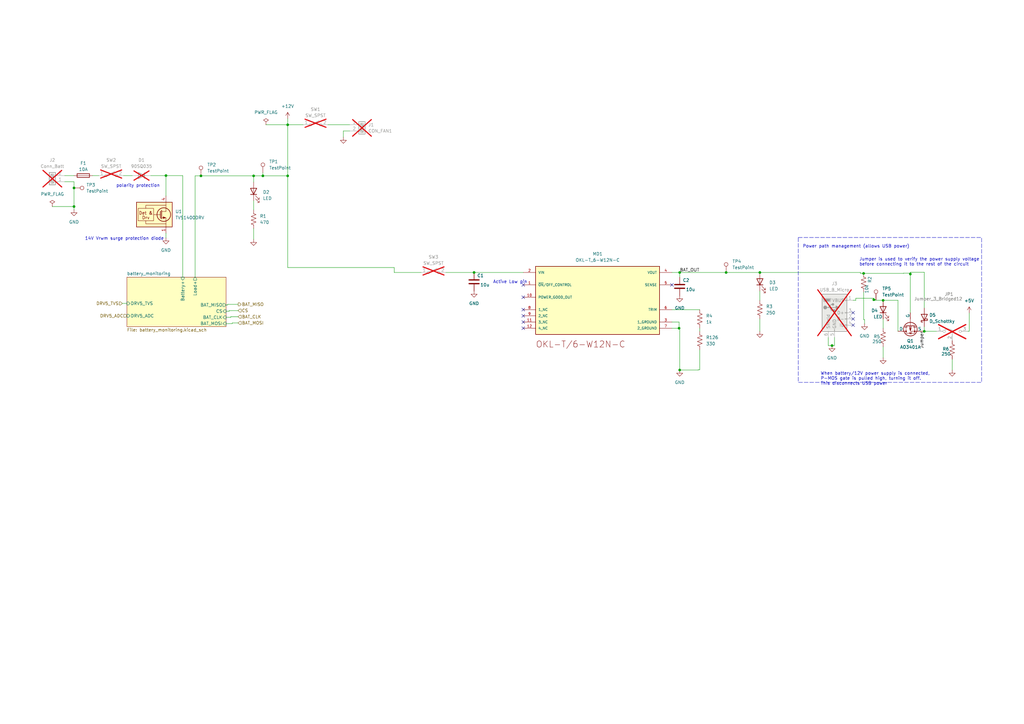
<source format=kicad_sch>
(kicad_sch (version 20230121) (generator eeschema)
  (paper "A3")
  (title_block (title "kARCA 2.0 Engine Control System") (date "2024-12-16") (rev "1.1") (company "Rice Eclipse") (comment 1 "Designed by Deepak Narayan") (comment 2 "Engine Control System for the Static Engine Testing of Rice Eclipse's Hybrid Rocket Motors"))
  (lib_symbols
    (symbol "Connector:Screw_Terminal_01x02" (pin_names (offset 1.016) hide)
      (property "Reference" "J" (at 0 2.54 0))
      (property "Value" "Screw_Terminal_01x02" (at 0 -5.08 0))
      (symbol "Screw_Terminal_01x02_1_1"
        (rectangle (start -1.27 1.27) (end 1.27 -3.81) (stroke (width 0.254)) (fill (type background)))
        (circle (center 0 -2.54) (radius 0.635) (stroke (width 0.1524)))
        (polyline (pts (xy -0.5334 -2.2098) (xy 0.3302 -3.048)) (stroke (width 0.1524)))
        (polyline (pts (xy -0.5334 0.3302) (xy 0.3302 -0.508)) (stroke (width 0.1524)))
        (polyline (pts (xy -0.3556 -2.032) (xy 0.508 -2.8702)) (stroke (width 0.1524)))
        (polyline (pts (xy -0.3556 0.508) (xy 0.508 -0.3302)) (stroke (width 0.1524)))
        (circle (center 0 0) (radius 0.635) (stroke (width 0.1524)))
        (pin passive line (at -5.08 0 0) (length 3.81) (name "Pin_1") (number "1"))
        (pin passive line (at -5.08 -2.54 0) (length 3.81) (name "Pin_2") (number "2"))
      )
    )
    (symbol "Connector:TestPoint" (pin_numbers hide) (pin_names (offset 0.762) hide)
      (property "Reference" "TP" (at 0 6.858 0))
      (property "Value" "TestPoint" (at 0 5.08 0))
      (symbol "TestPoint_0_1"
        (circle (center 0 3.302) (radius 0.762))
      )
      (symbol "TestPoint_1_1"
        (pin passive line (at 0 0 90) (length 2.54) (name "1") (number "1"))
      )
    )
    (symbol "Connector:USB_B_Micro" (pin_names (offset 1.016))
      (property "Reference" "J11" (at 0 11.938 0))
      (property "Value" "USB_B_Micro" (at 0 9.398 0))
      (symbol "USB_B_Micro_0_1"
        (rectangle (start -5.08 -7.62) (end 5.08 7.62) (stroke (width 0.254)) (fill (type background)))
        (circle (center -3.81 2.159) (radius 0.635) (stroke (width 0.254)) (fill (type outline)))
        (circle (center -0.635 3.429) (radius 0.381) (stroke (width 0.254)) (fill (type outline)))
        (rectangle (start -0.127 -7.62) (end 0.127 -6.858))
        (polyline (pts (xy -1.905 2.159) (xy 0.635 2.159)) (stroke (width 0.254)))
        (polyline (pts (xy -3.175 2.159) (xy -2.54 2.159) (xy -1.27 3.429) (xy -0.635 3.429)) (stroke (width 0.254)))
        (polyline (pts (xy -2.54 2.159) (xy -1.905 2.159) (xy -1.27 0.889) (xy 0 0.889)) (stroke (width 0.254)))
        (polyline (pts (xy 0.635 2.794) (xy 0.635 1.524) (xy 1.905 2.159) (xy 0.635 2.794)) (stroke (width 0.254)) (fill (type outline)))
        (polyline (pts (xy -4.318 5.588) (xy -1.778 5.588) (xy -2.032 4.826) (xy -4.064 4.826) (xy -4.318 5.588)) (fill (type outline)))
        (polyline (pts (xy -4.699 5.842) (xy -4.699 5.588) (xy -4.445 4.826) (xy -4.445 4.572) (xy -1.651 4.572) (xy -1.651 4.826) (xy -1.397 5.588) (xy -1.397 5.842) (xy -4.699 5.842)))
        (rectangle (start 0.254 1.27) (end -0.508 0.508) (stroke (width 0.254)) (fill (type outline)))
        (rectangle (start 5.08 -5.207) (end 4.318 -4.953))
        (rectangle (start 5.08 -2.667) (end 4.318 -2.413))
        (rectangle (start 5.08 -0.127) (end 4.318 0.127))
        (rectangle (start 5.08 4.953) (end 4.318 5.207))
      )
      (symbol "USB_B_Micro_1_1"
        (pin power_out line (at 7.62 5.08 180) (length 2.54) (name "VBUS") (number "1"))
        (pin bidirectional line (at 7.62 -2.54 180) (length 2.54) (name "D-") (number "2"))
        (pin bidirectional line (at 7.62 0 180) (length 2.54) (name "D+") (number "3"))
        (pin passive line (at 7.62 -5.08 180) (length 2.54) (name "ID") (number "4"))
        (pin power_in line (at 0 -10.16 90) (length 2.54) (name "GND") (number "5"))
        (pin passive line (at -2.54 -10.16 90) (length 2.54) (name "Shield") (number "6"))
      )
    )
    (symbol "Device:C" (pin_numbers hide) (pin_names (offset 0.254))
      (property "Reference" "C" (at 0.635 2.54 0))
      (property "Value" "C" (at 0.635 -2.54 0))
      (symbol "C_0_1"
        (polyline (pts (xy -2.032 -0.762) (xy 2.032 -0.762)) (stroke (width 0.508)))
        (polyline (pts (xy -2.032 0.762) (xy 2.032 0.762)) (stroke (width 0.508)))
      )
      (symbol "C_1_1"
        (pin passive line (at 0 3.81 270) (length 2.794) (name "~") (number "1"))
        (pin passive line (at 0 -3.81 90) (length 2.794) (name "~") (number "2"))
      )
    )
    (symbol "Device:D" (pin_numbers hide) (pin_names (offset 1.016) hide)
      (property "Reference" "D" (at 0 2.54 0))
      (property "Value" "D" (at 0 -2.54 0))
      (symbol "D_0_1"
        (polyline (pts (xy -1.27 1.27) (xy -1.27 -1.27)) (stroke (width 0.254)))
        (polyline (pts (xy 1.27 0) (xy -1.27 0)))
        (polyline (pts (xy 1.27 1.27) (xy 1.27 -1.27) (xy -1.27 0) (xy 1.27 1.27)) (stroke (width 0.254)))
      )
      (symbol "D_1_1"
        (pin passive line (at -3.81 0 0) (length 2.54) (name "K") (number "1"))
        (pin passive line (at 3.81 0 180) (length 2.54) (name "A") (number "2"))
      )
    )
    (symbol "Device:D_Schottky" (pin_numbers hide) (pin_names (offset 1.016) hide)
      (property "Reference" "D" (at 0 2.54 0))
      (property "Value" "D_Schottky" (at 0 -2.54 0))
      (symbol "D_Schottky_0_1"
        (polyline (pts (xy 1.27 0) (xy -1.27 0)))
        (polyline (pts (xy 1.27 1.27) (xy 1.27 -1.27) (xy -1.27 0) (xy 1.27 1.27)) (stroke (width 0.254)))
        (polyline (pts (xy -1.905 0.635) (xy -1.905 1.27) (xy -1.27 1.27) (xy -1.27 -1.27) (xy -0.635 -1.27) (xy -0.635 -0.635)) (stroke (width 0.254)))
      )
      (symbol "D_Schottky_1_1"
        (pin passive line (at -3.81 0 0) (length 2.54) (name "K") (number "1"))
        (pin passive line (at 3.81 0 180) (length 2.54) (name "A") (number "2"))
      )
    )
    (symbol "Device:Fuse" (pin_numbers hide) (pin_names (offset 0))
      (property "Reference" "F" (at 2.032 0 90))
      (property "Value" "Fuse" (at -1.905 0 90))
      (symbol "Fuse_0_1"
        (rectangle (start -0.762 -2.54) (end 0.762 2.54) (stroke (width 0.254)))
        (polyline (pts (xy 0 2.54) (xy 0 -2.54)))
      )
      (symbol "Fuse_1_1"
        (pin passive line (at 0 3.81 270) (length 1.27) (name "~") (number "1"))
        (pin passive line (at 0 -3.81 90) (length 1.27) (name "~") (number "2"))
      )
    )
    (symbol "Device:LED" (pin_numbers hide) (pin_names (offset 1.016) hide)
      (property "Reference" "D" (at 0 2.54 0))
      (property "Value" "LED" (at 0 -2.54 0))
      (symbol "LED_0_1"
        (polyline (pts (xy -1.27 -1.27) (xy -1.27 1.27)) (stroke (width 0.254)))
        (polyline (pts (xy -1.27 0) (xy 1.27 0)))
        (polyline (pts (xy 1.27 -1.27) (xy 1.27 1.27) (xy -1.27 0) (xy 1.27 -1.27)) (stroke (width 0.254)))
        (polyline (pts (xy -3.048 -0.762) (xy -4.572 -2.286) (xy -3.81 -2.286) (xy -4.572 -2.286) (xy -4.572 -1.524)))
        (polyline (pts (xy -1.778 -0.762) (xy -3.302 -2.286) (xy -2.54 -2.286) (xy -3.302 -2.286) (xy -3.302 -1.524)))
      )
      (symbol "LED_1_1"
        (pin passive line (at -3.81 0 0) (length 2.54) (name "K") (number "1"))
        (pin passive line (at 3.81 0 180) (length 2.54) (name "A") (number "2"))
      )
    )
    (symbol "Device:R_US" (pin_numbers hide) (pin_names (offset 0))
      (property "Reference" "R" (at 2.54 0 90))
      (property "Value" "R_US" (at -2.54 0 90))
      (symbol "R_US_0_1"
        (polyline (pts (xy 0 -2.286) (xy 0 -2.54)))
        (polyline (pts (xy 0 2.286) (xy 0 2.54)))
        (polyline (pts (xy 0 -0.762) (xy 1.016 -1.143) (xy 0 -1.524) (xy -1.016 -1.905) (xy 0 -2.286)))
        (polyline (pts (xy 0 0.762) (xy 1.016 0.381) (xy 0 0) (xy -1.016 -0.381) (xy 0 -0.762)))
        (polyline (pts (xy 0 2.286) (xy 1.016 1.905) (xy 0 1.524) (xy -1.016 1.143) (xy 0 0.762)))
      )
      (symbol "R_US_1_1"
        (pin passive line (at 0 3.81 270) (length 1.27) (name "~") (number "1"))
        (pin passive line (at 0 -3.81 90) (length 1.27) (name "~") (number "2"))
      )
    )
    (symbol "Jumper:Jumper_3_Bridged12" (pin_names (offset 0) hide)
      (property "Reference" "JP" (at -2.54 -2.54 0))
      (property "Value" "Jumper_3_Bridged12" (at 0 2.794 0))
      (symbol "Jumper_3_Bridged12_0_0"
        (circle (center -3.302 0) (radius 0.508))
        (circle (center 0 0) (radius 0.508))
        (circle (center 3.302 0) (radius 0.508))
      )
      (symbol "Jumper_3_Bridged12_0_1"
        (arc (start -0.254 0.508) (mid -1.651 0.9912) (end -3.048 0.508))
        (polyline (pts (xy 0 -1.27) (xy 0 -0.508)))
      )
      (symbol "Jumper_3_Bridged12_1_1"
        (pin passive line (at -6.35 0 0) (length 2.54) (name "A") (number "1"))
        (pin passive line (at 0 -3.81 90) (length 2.54) (name "C") (number "2"))
        (pin passive line (at 6.35 0 180) (length 2.54) (name "B") (number "3"))
      )
    )
    (symbol "Power_Protection:TVS1400DRV" (pin_names (offset 0) hide)
      (property "Reference" "U" (at 2.54 1.27 0))
      (property "Value" "TVS1400DRV" (at 2.54 -1.27 0))
      (symbol "TVS1400DRV_0_0"
        (rectangle (start -11.43 2.54) (end -5.08 -2.54))
        (polyline (pts (xy 0 1.27) (xy -1.778 1.27)))
        (polyline (pts (xy -8.255 -2.54) (xy -8.255 -3.81) (xy 0 -3.81)))
        (polyline (pts (xy -8.255 2.54) (xy -8.255 3.81) (xy 0 3.81)))
        (text "Det &" (at -8.255 0.635 0) (effects (font (size 1.27 1.27))))
        (text "Drv" (at -8.255 -1.27 0) (effects (font (size 1.27 1.27))))
      )
      (symbol "TVS1400DRV_0_1"
        (rectangle (start -12.065 5.08) (end 2.54 -5.08) (stroke (width 0.254)) (fill (type background)))
        (circle (center -0.889 0) (radius 2.794) (stroke (width 0.254)))
        (polyline (pts (xy -2.286 0) (xy -5.08 0)))
        (polyline (pts (xy -2.286 1.397) (xy -2.286 -1.524)) (stroke (width 0.254)))
        (polyline (pts (xy -1.778 1.778) (xy -1.778 -1.778)) (stroke (width 0.254)))
        (polyline (pts (xy 0 -2.54) (xy 0 -5.08)))
        (polyline (pts (xy 0 2.54) (xy 0 1.27)))
        (polyline (pts (xy 0 5.08) (xy 0 2.54)))
        (polyline (pts (xy 0 -2.54) (xy 0 -1.27) (xy -1.778 -1.27)))
        (polyline (pts (xy -0.127 -1.27) (xy -1.143 -1.651) (xy -1.143 -0.889) (xy -0.127 -1.27)) (fill (type outline)))
      )
      (symbol "TVS1400DRV_1_1"
        (pin power_in line (at 0 -7.62 90) (length 2.54) (name "GND") (number "1"))
        (pin passive line (at 0 -7.62 90) (length 2.54) hide (name "GND") (number "2"))
        (pin passive line (at 0 -7.62 90) (length 2.54) hide (name "GND") (number "3"))
        (pin passive line (at 0 7.62 270) (length 2.54) (name "IN") (number "4"))
        (pin passive line (at 0 7.62 270) (length 2.54) hide (name "IN") (number "5"))
        (pin passive line (at 0 7.62 270) (length 2.54) hide (name "IN") (number "6"))
        (pin passive line (at 0 -7.62 90) (length 2.54) hide (name "GND") (number "7"))
      )
    )
    (symbol "Screw_Terminal_01x02_1" (pin_names (offset 1.016) hide)
      (property "Reference" "J2" (at 0 -8.89 0))
      (property "Value" "Conn_Batt" (at 0 -6.35 0))
      (symbol "Screw_Terminal_01x02_1_1_1"
        (rectangle (start -1.27 1.27) (end 1.27 -3.81) (stroke (width 0.254)) (fill (type background)))
        (circle (center 0 -2.54) (radius 0.635) (stroke (width 0.1524)))
        (polyline (pts (xy -0.5334 -2.2098) (xy 0.3302 -3.048)) (stroke (width 0.1524)))
        (polyline (pts (xy -0.5334 0.3302) (xy 0.3302 -0.508)) (stroke (width 0.1524)))
        (polyline (pts (xy -0.3556 -2.032) (xy 0.508 -2.8702)) (stroke (width 0.1524)))
        (polyline (pts (xy -0.3556 0.508) (xy 0.508 -0.3302)) (stroke (width 0.1524)))
        (circle (center 0 0) (radius 0.635) (stroke (width 0.1524)))
        (pin passive line (at -5.08 0 0) (length 3.81) (name "Pin_1") (number "1"))
        (pin passive line (at -5.08 -2.54 0) (length 3.81) (name "Pin_2") (number "2"))
      )
    )
    (symbol "Simulation_SPICE:PMOS" (pin_numbers hide) (pin_names (offset 0))
      (property "Reference" "Q1" (at 6.477 0 90))
      (property "Value" "AO3401A" (at 9.017 0 90))
      (symbol "PMOS_0_1"
        (polyline (pts (xy 0.254 0) (xy -2.54 0)))
        (polyline (pts (xy 0.254 1.905) (xy 0.254 -1.905)) (stroke (width 0.254)))
        (polyline (pts (xy 0.762 -1.27) (xy 0.762 -2.286)) (stroke (width 0.254)))
        (polyline (pts (xy 0.762 0.508) (xy 0.762 -0.508)) (stroke (width 0.254)))
        (polyline (pts (xy 0.762 2.286) (xy 0.762 1.27)) (stroke (width 0.254)))
        (polyline (pts (xy 2.54 2.54) (xy 2.54 1.778)))
        (polyline (pts (xy 2.54 -2.54) (xy 2.54 0) (xy 0.762 0)))
        (polyline (pts (xy 0.762 1.778) (xy 3.302 1.778) (xy 3.302 -1.778) (xy 0.762 -1.778)))
        (polyline (pts (xy 2.286 0) (xy 1.27 0.381) (xy 1.27 -0.381) (xy 2.286 0)) (fill (type outline)))
        (polyline (pts (xy 2.794 -0.508) (xy 2.921 -0.381) (xy 3.683 -0.381) (xy 3.81 -0.254)))
        (polyline (pts (xy 3.302 -0.381) (xy 2.921 0.254) (xy 3.683 0.254) (xy 3.302 -0.381)))
        (circle (center 1.651 0) (radius 2.794) (stroke (width 0.254)))
        (circle (center 2.54 -1.778) (radius 0.254) (fill (type outline)))
        (circle (center 2.54 1.778) (radius 0.254) (fill (type outline)))
      )
      (symbol "PMOS_1_1"
        (pin input line (at -5.08 0 0) (length 2.54) (name "G") (number "1"))
        (pin passive line (at 2.54 -5.08 90) (length 2.54) (name "S") (number "2"))
        (pin passive line (at 2.54 5.08 270) (length 2.54) (name "D") (number "3"))
      )
    )
    (symbol "Switch:SW_SPST" (pin_names (offset 0) hide)
      (property "Reference" "SW" (at 0 3.175 0))
      (property "Value" "SW_SPST" (at 0 -2.54 0))
      (symbol "SW_SPST_0_0"
        (circle (center -2.032 0) (radius 0.508))
        (polyline (pts (xy -1.524 0.254) (xy 1.524 1.778)))
        (circle (center 2.032 0) (radius 0.508))
      )
      (symbol "SW_SPST_1_1"
        (pin passive line (at -5.08 0 0) (length 2.54) (name "A") (number "1"))
        (pin passive line (at 5.08 0 180) (length 2.54) (name "B") (number "2"))
      )
    )
    (symbol "karca_lib:OKL-T_6-W12N-C" (pin_names (offset 1.016))
      (property "Reference" "MD" (at 2.54 -2.54 0))
      (property "Value" "OKL-T_6-W12N-C" (at 0 0 0))
      (symbol "OKL-T_6-W12N-C_0_0"
        (rectangle (start 2.54 -33.02) (end 53.34 -5.08) (stroke (width 0.254)) (fill (type background)))
        (text "OKL-T/6-W12N-C" (at 2.54 -35.56 0) (effects (font (size 2.54 2.54)) (justify left top)))
        (pin bidirectional line (at -2.54 -12.7 0) (length 5.08) (name "~{ON}/OFF_CONTROL") (number "1"))
        (pin open_collector line (at -2.54 -17.78 0) (length 5.08) (name "POWER_GOOD_OUT") (number "10"))
        (pin passive line (at -2.54 -27.94 0) (length 5.08) (name "3_NC") (number "11"))
        (pin passive line (at -2.54 -30.48 0) (length 5.08) (name "4_NC") (number "12"))
        (pin bidirectional line (at -2.54 -7.62 0) (length 5.08) (name "VIN") (number "2"))
        (pin power_in line (at 58.42 -27.94 180) (length 5.08) (name "1_GROUND") (number "3"))
        (pin bidirectional line (at 58.42 -7.62 180) (length 5.08) (name "VOUT") (number "4"))
        (pin passive line (at 58.42 -12.7 180) (length 5.08) (name "SENSE") (number "5"))
        (pin passive line (at 58.42 -22.86 180) (length 5.08) (name "TRIM") (number "6"))
        (pin power_in line (at 58.42 -30.48 180) (length 5.08) (name "2_GROUND") (number "7"))
        (pin passive line (at -2.54 -22.86 0) (length 5.08) (name "1_NC") (number "8"))
        (pin passive line (at -2.54 -25.4 0) (length 5.08) (name "2_NC") (number "9"))
      )
    )
    (symbol "power:+12V" (power) (pin_names (offset 0))
      (property "Value" "+12V" (at 0 3.556 0))
      (symbol "+12V_0_1"
        (polyline (pts (xy -0.762 1.27) (xy 0 2.54)))
        (polyline (pts (xy 0 0) (xy 0 2.54)))
        (polyline (pts (xy 0 2.54) (xy 0.762 1.27)))
      )
      (symbol "+12V_1_1"
        (pin power_in line (at 0 0 90) (length 0) hide (name "+12V") (number "1"))
      )
    )
    (symbol "power:+5V" (power) (pin_names (offset 0))
      (property "Value" "+5V" (at 0 3.556 0))
      (symbol "+5V_0_1"
        (polyline (pts (xy -0.762 1.27) (xy 0 2.54)))
        (polyline (pts (xy 0 0) (xy 0 2.54)))
        (polyline (pts (xy 0 2.54) (xy 0.762 1.27)))
      )
      (symbol "+5V_1_1"
        (pin power_in line (at 0 0 90) (length 0) hide (name "+5V") (number "1"))
      )
    )
    (symbol "power:GND" (power) (pin_names (offset 0))
      (property "Value" "GND" (at 0 -3.81 0))
      (symbol "GND_0_1"
        (polyline (pts (xy 0 0) (xy 0 -1.27) (xy 1.27 -1.27) (xy 0 -2.54) (xy -1.27 -1.27) (xy 0 -1.27)))
      )
      (symbol "GND_1_1"
        (pin power_in line (at 0 0 270) (length 0) hide (name "GND") (number "1"))
      )
    )
    (symbol "power:PWR_FLAG" (power) (pin_numbers hide) (pin_names (offset 0) hide)
      (property "Value" "PWR_FLAG" (at 0 3.81 0))
      (symbol "PWR_FLAG_0_0"
        (pin power_out line (at 0 0 90) (length 0) (name "pwr") (number "1"))
      )
      (symbol "PWR_FLAG_0_1"
        (polyline (pts (xy 0 0) (xy 0 1.27) (xy -1.016 1.905) (xy 0 2.54) (xy 1.016 1.905) (xy 0 1.27)))
      )
    )
  )
  (junction (at 82.423 72.136))
  (junction (at 104.013 72.136))
  (junction (at 68.072 72.009))
  (junction (at 194.437 111.76))
  (junction (at 30.353 77.089))
  (junction (at 278.765 151.765))
  (junction (at 379.095 135.89))
  (junction (at 278.511 134.62))
  (junction (at 297.815 111.76))
  (junction (at 341.249 141.732))
  (junction (at 278.765 111.76))
  (junction (at 117.983 51.181))
  (junction (at 358.394 122.936))
  (junction (at 117.983 72.136))
  (junction (at 107.823 72.136))
  (junction (at 373.38 112.395))
  (junction (at 362.204 123.19))
  (junction (at 30.353 84.709))
  (junction (at 354.203 112.141))
  (junction (at 311.658 111.76))
  (no_connect (at 214.63 116.84))
  (no_connect (at 214.63 129.54))
  (no_connect (at 349.885 130.81))
  (no_connect (at 214.63 132.08))
  (no_connect (at 349.885 133.35))
  (no_connect (at 349.885 128.27))
  (no_connect (at 214.63 134.62))
  (no_connect (at 214.63 127))
  (no_connect (at 275.59 116.84))
  (no_connect (at 214.63 121.92))
  (wire (pts (xy 30.353 84.709) (xy 30.353 85.979)))
  (wire (pts (xy 352.933 112.141) (xy 352.933 111.76)))
  (wire (pts (xy 354.203 131.064) (xy 354.203 119.761)))
  (wire (pts (xy 396.875 135.89) (xy 397.51 135.89)))
  (wire (pts (xy 117.983 51.181) (xy 124.333 51.181)))
  (wire (pts (xy 68.072 95.631) (xy 68.072 97.536)))
  (wire (pts (xy 370.586 112.014) (xy 373.126 112.014)))
  (wire (pts (xy 370.586 112.014) (xy 370.586 112.141)))
  (wire (pts (xy 287.02 143.51) (xy 287.02 151.638)))
  (wire (pts (xy 278.765 111.76) (xy 278.765 113.665)))
  (wire (pts (xy 161.671 111.76) (xy 172.72 111.76)))
  (wire (pts (xy 104.013 82.296) (xy 104.013 86.106)))
  (wire (pts (xy 93.98 127.635) (xy 93.98 127.381)))
  (wire (pts (xy 93.98 127.381) (xy 97.663 127.381)))
  (wire (pts (xy 341.249 141.732) (xy 342.265 141.732)))
  (wire (pts (xy 95.25 132.461) (xy 97.663 132.461)))
  (wire (pts (xy 358.394 123.19) (xy 362.204 123.19)))
  (wire (pts (xy 287.02 151.638) (xy 286.385 151.638)))
  (wire (pts (xy 373.38 112.395) (xy 373.38 128.27)))
  (wire (pts (xy 92.71 132.715) (xy 95.25 132.715)))
  (wire (pts (xy 92.71 130.175) (xy 94.615 130.175)))
  (wire (pts (xy 134.493 51.181) (xy 143.383 51.181)))
  (wire (pts (xy 30.353 77.089) (xy 30.353 84.709)))
  (wire (pts (xy 368.3 123.19) (xy 368.3 135.89)))
  (wire (pts (xy 275.59 111.76) (xy 278.765 111.76)))
  (wire (pts (xy 370.586 112.141) (xy 354.203 112.141)))
  (wire (pts (xy 278.765 111.76) (xy 297.815 111.76)))
  (wire (pts (xy 362.204 142.24) (xy 362.204 146.685)))
  (wire (pts (xy 373.126 112.395) (xy 373.38 112.395)))
  (wire (pts (xy 311.658 111.76) (xy 297.815 111.76)))
  (wire (pts (xy 93.345 125.095) (xy 93.345 124.841)))
  (wire (pts (xy 107.823 72.136) (xy 104.013 72.136)))
  (wire (pts (xy 117.983 72.136) (xy 117.983 109.728)))
  (wire (pts (xy 339.725 138.43) (xy 339.725 141.732)))
  (wire (pts (xy 30.353 74.549) (xy 26.543 74.549)))
  (wire (pts (xy 275.59 132.08) (xy 278.511 132.08)))
  (wire (pts (xy 379.095 111.633) (xy 373.38 111.633)))
  (wire (pts (xy 362.204 130.81) (xy 362.204 134.62)))
  (wire (pts (xy 94.615 130.175) (xy 94.615 129.921)))
  (wire (pts (xy 74.93 72.009) (xy 74.93 113.665)))
  (wire (pts (xy 379.095 135.89) (xy 379.095 133.985)))
  (wire (pts (xy 352.933 111.76) (xy 311.658 111.76)))
  (wire (pts (xy 362.204 123.19) (xy 368.3 123.19)))
  (wire (pts (xy 21.463 84.709) (xy 30.353 84.709)))
  (wire (pts (xy 373.38 111.633) (xy 373.38 112.395)))
  (wire (pts (xy 286.385 151.638) (xy 286.385 151.765)))
  (wire (pts (xy 379.095 111.633) (xy 379.095 126.365)))
  (wire (pts (xy 339.725 141.732) (xy 341.249 141.732)))
  (wire (pts (xy 161.671 109.728) (xy 117.983 109.728)))
  (wire (pts (xy 82.423 72.136) (xy 104.013 72.136)))
  (wire (pts (xy 143.383 53.721) (xy 140.843 53.721)))
  (wire (pts (xy 92.71 127.635) (xy 93.98 127.635)))
  (wire (pts (xy 194.437 111.76) (xy 214.63 111.76)))
  (wire (pts (xy 104.013 72.136) (xy 104.013 74.676)))
  (wire (pts (xy 351.028 123.19) (xy 349.885 123.19)))
  (wire (pts (xy 351.028 122.301) (xy 351.028 123.19)))
  (wire (pts (xy 397.51 128.397) (xy 397.51 135.89)))
  (wire (pts (xy 351.028 122.301) (xy 358.394 122.301)))
  (wire (pts (xy 275.59 134.62) (xy 278.511 134.62)))
  (wire (pts (xy 80.01 72.136) (xy 80.01 113.665)))
  (wire (pts (xy 26.543 72.009) (xy 30.353 72.009)))
  (wire (pts (xy 93.345 124.841) (xy 97.663 124.841)))
  (wire (pts (xy 107.823 70.866) (xy 107.823 72.136)))
  (wire (pts (xy 30.353 77.089) (xy 30.353 74.549)))
  (wire (pts (xy 358.394 122.301) (xy 358.394 122.936)))
  (wire (pts (xy 68.072 72.009) (xy 74.93 72.009)))
  (wire (pts (xy 358.394 122.936) (xy 359.283 122.936)))
  (wire (pts (xy 354.584 131.064) (xy 354.584 132.715)))
  (wire (pts (xy 352.933 112.141) (xy 354.203 112.141)))
  (wire (pts (xy 104.013 93.726) (xy 104.013 98.171)))
  (wire (pts (xy 50.673 72.009) (xy 54.229 72.009)))
  (wire (pts (xy 117.983 72.136) (xy 117.983 51.181)))
  (wire (pts (xy 311.658 130.81) (xy 311.658 135.89)))
  (wire (pts (xy 92.71 125.095) (xy 93.345 125.095)))
  (wire (pts (xy 37.973 72.009) (xy 40.513 72.009)))
  (wire (pts (xy 358.394 122.936) (xy 358.394 123.19)))
  (wire (pts (xy 107.823 72.136) (xy 117.983 72.136)))
  (wire (pts (xy 311.658 119.38) (xy 311.658 123.19)))
  (wire (pts (xy 354.203 131.064) (xy 354.584 131.064)))
  (wire (pts (xy 68.072 80.391) (xy 68.072 72.009)))
  (wire (pts (xy 50.165 124.46) (xy 52.07 124.46)))
  (wire (pts (xy 278.511 132.08) (xy 278.511 134.62)))
  (wire (pts (xy 94.615 129.921) (xy 97.663 129.921)))
  (wire (pts (xy 278.765 134.62) (xy 278.765 151.765)))
  (wire (pts (xy 287.02 127) (xy 275.59 127)))
  (wire (pts (xy 379.095 135.89) (xy 384.175 135.89)))
  (wire (pts (xy 109.093 51.181) (xy 117.983 51.181)))
  (wire (pts (xy 95.25 132.715) (xy 95.25 132.461)))
  (wire (pts (xy 117.983 48.641) (xy 117.983 51.181)))
  (wire (pts (xy 286.385 151.765) (xy 278.765 151.765)))
  (wire (pts (xy 378.46 135.89) (xy 379.095 135.89)))
  (wire (pts (xy 140.843 53.721) (xy 140.843 56.261)))
  (wire (pts (xy 390.525 147.32) (xy 390.525 151.765)))
  (wire (pts (xy 161.671 111.76) (xy 161.671 109.728)))
  (wire (pts (xy 82.423 72.136) (xy 80.01 72.136)))
  (wire (pts (xy 278.765 134.62) (xy 278.511 134.62)))
  (wire (pts (xy 61.849 72.009) (xy 68.072 72.009)))
  (wire (pts (xy 373.126 112.014) (xy 373.126 112.395)))
  (wire (pts (xy 287.02 134.62) (xy 287.02 135.89)))
  (wire (pts (xy 182.88 111.76) (xy 194.437 111.76)))
  (wire (pts (xy 342.265 138.43) (xy 342.265 141.732)))
  (rectangle (start 327.406 97.409) (end 402.59 156.845) (stroke (width 0) (type dash)))
  (text "Active Low pin\n" (at 202.184 116.459 0) (effects (font (size 1.27 1.27)) (justify left bottom)))
  (text "Power path management (allows USB power)" (at 329.184 101.854 0) (effects (font (size 1.27 1.27)) (justify left bottom)))
  (text "When battery/12V power supply is connected,\nP-MOS gate is pulled high, turning it off.\nThis disconnects USB power" (at 336.55 158.115 0) (effects (font (size 1.27 1.27)) (justify left bottom)))
  (text "Jumper is used to verify the power supply voltage\nbefore connecting it to the rest of the circuit" (at 352.425 109.22 0) (effects (font (size 1.27 1.27)) (justify left bottom)))
  (text "14V Vrwm surge protection diode" (at 34.798 98.679 0) (effects (font (size 1.27 1.27)) (justify left bottom)))
  (text "polarity protection\n" (at 47.625 76.962 0) (effects (font (size 1.27 1.27)) (justify left bottom)))
  (label "Jumper" (at 379.095 135.89 270))
  (label "BAT_OUT" (at 278.765 111.76 0))
  (hierarchical_label "DRV5_ADC" (shape input) (at 52.07 129.54 180))
  (hierarchical_label "BAT_CLK" (shape input) (at 97.663 129.921 0))
  (hierarchical_label "DRV5_TVS" (shape input) (at 50.165 124.46 180))
  (hierarchical_label "BAT_MISO" (shape output) (at 97.663 124.841 0))
  (hierarchical_label "BAT_MOSI" (shape input) (at 97.663 132.461 0))
  (hierarchical_label "CS" (shape input) (at 97.663 127.381 0))
  (symbol (lib_id "Device:LED") (at 362.204 127 90) (unit 1)
    (property "Reference" "D4" (at 357.378 127.381 90) (effects (justify right)))
    (property "Value" "LED" (at 358.267 129.921 90) (effects (justify right)))
    (property "Footprint" "LED_SMD:LED_1206_3216Metric" (effects hide))
  )
  (symbol (lib_id "Device:R_US") (at 390.525 143.51 0) (unit 1)
    (property "Reference" "R6" (at 386.588 143.129 0) (effects (justify left)))
    (property "Value" "250" (at 386.08 145.161 0) (effects (justify left)))
    (property "Footprint" "Resistor_SMD:R_1206_3216Metric" (effects hide))
  )
  (symbol (lib_id "power:GND") (at 341.249 141.732 0) (unit 1)
    (property "Reference" "#PWR012" (effects hide))
    (property "Value" "GND" (at 341.249 146.812 0))
  )
  (symbol (lib_id "Connector:TestPoint") (at 297.815 111.76 0) (unit 1)
    (property "Reference" "TP4" (at 300.355 107.188 0) (effects (justify left)))
    (property "Value" "TestPoint" (at 300.355 109.728 0) (effects (justify left)))
    (property "Footprint" "TestPoint:TestPoint_Pad_D2.0mm" (effects hide))
  )
  (symbol (lib_id "Device:R_US") (at 362.204 138.43 0) (unit 1)
    (property "Reference" "R5" (at 358.267 138.049 0) (effects (justify left)))
    (property "Value" "250" (at 357.759 140.081 0) (effects (justify left)))
    (property "Footprint" "Resistor_SMD:R_1206_3216Metric" (effects hide))
  )
  (symbol (lib_id "Connector:Screw_Terminal_01x02") (at 148.463 51.181 0) (unit 1) (in_bom no) (dnp yes)
    (property "Reference" "J1" (at 151.003 51.181 0) (effects (justify left)))
    (property "Value" "CON_FAN1" (at 151.003 53.721 0) (effects (justify left)))
    (property "Footprint" "terminal blocks:P-2604-1102" (effects hide))
  )
  (symbol (lib_id "Simulation_SPICE:PMOS") (at 373.38 133.35 90) (mirror x) (unit 1)
    (property "Reference" "Q1" (at 373.38 139.827 90))
    (property "Value" "AO3401A" (at 373.38 142.367 90))
    (property "Footprint" "AO3401A:SOT23-3" (effects hide))
    (property "Datasheet" "https://ngspice.sourceforge.io/docs/ngspice-manual.pdf" (effects hide))
    (property "Sim.Device" "PMOS" (effects hide))
    (property "Sim.Type" "VDMOS" (effects hide))
    (property "Sim.Pins" "1=D 2=G 3=S" (effects hide))
  )
  (symbol (lib_id "Connector:TestPoint") (at 82.423 72.136 0) (unit 1)
    (property "Reference" "TP2" (at 84.963 67.564 0) (effects (justify left)))
    (property "Value" "TestPoint" (at 84.963 70.104 0) (effects (justify left)))
    (property "Footprint" "TestPoint:TestPoint_Pad_D2.0mm" (effects hide))
  )
  (symbol (lib_id "Device:C") (at 194.437 115.57 0) (unit 1)
    (property "Reference" "C1" (at 195.707 113.03 0) (effects (justify left)))
    (property "Value" "10u" (at 196.977 116.84 0) (effects (justify left)))
    (property "Footprint" "Capacitor_Tantalum_SMD:CP_EIA-3216-18_Kemet-A" (effects hide))
  )
  (symbol (lib_id "power:GND") (at 30.353 85.979 0) (unit 1)
    (property "Reference" "#PWR03" (effects hide))
    (property "Value" "GND" (at 30.353 91.059 0))
  )
  (symbol (lib_id "power:GND") (at 104.013 98.171 0) (unit 1)
    (property "Reference" "#PWR05" (effects hide))
    (property "Value" "GND" (effects hide))
  )
  (symbol (lib_id "power:PWR_FLAG") (at 21.463 84.709 0) (unit 1)
    (property "Reference" "#FLG02" (effects hide))
    (property "Value" "PWR_FLAG" (at 21.463 79.629 0))
  )
  (symbol (lib_id "Device:D_Schottky") (at 379.095 130.175 90) (unit 1)
    (property "Reference" "D5" (at 381.127 129.2225 90) (effects (justify right)))
    (property "Value" "D_Schottky" (at 381.127 131.7625 90) (effects (justify right)))
    (property "Footprint" "Diode_SMD:D_SMA" (effects hide))
  )
  (symbol (lib_id "Device:R_US") (at 354.203 115.951 0) (unit 1)
    (property "Reference" "R2" (at 356.743 114.681 90))
    (property "Value" "10k" (at 355.473 118.491 90))
    (property "Footprint" "Resistor_SMD:R_1206_3216Metric" (effects hide))
  )
  (symbol (lib_id "Connector:TestPoint") (at 359.283 122.936 0) (unit 1)
    (property "Reference" "TP5" (at 361.823 118.364 0) (effects (justify left)))
    (property "Value" "TestPoint" (at 361.823 120.904 0) (effects (justify left)))
    (property "Footprint" "TestPoint:TestPoint_Pad_D2.0mm" (effects hide))
  )
  (symbol (lib_id "Device:R_US") (at 287.02 139.7 0) (unit 1)
    (property "Reference" "R126" (at 289.56 138.43 0) (effects (justify left)))
    (property "Value" "330" (at 289.56 140.97 0) (effects (justify left)))
    (property "Footprint" "Resistor_SMD:R_1206_3216Metric" (effects hide))
  )
  (symbol (lib_id "power:GND") (at 362.204 146.685 0) (unit 1)
    (property "Reference" "#PWR013" (effects hide))
    (property "Value" "GND" (effects hide))
  )
  (symbol (lib_id "Connector:USB_B_Micro") (at 342.265 128.27 0) (unit 1) (in_bom no) (dnp yes)
    (property "Reference" "J3" (at 342.265 116.332 0))
    (property "Value" "USB_B_Micro" (at 342.265 118.872 0))
    (property "Footprint" "USB-B:USB_Micro-B_Molex-105017-0001" (effects hide))
  )
  (symbol (lib_id "Power_Protection:TVS1400DRV") (at 68.072 88.011 0) (unit 1)
    (property "Reference" "U1" (at 71.882 86.741 0) (effects (justify left)))
    (property "Value" "TVS1400DRV" (at 71.882 89.281 0) (effects (justify left)))
    (property "Footprint" "Package_SON:WSON-6-1EP_2x2mm_P0.65mm_EP1x1.6mm" (effects hide))
    (property "Datasheet" "http://www.ti.com/lit/ds/symlink/tvs1400.pdf" (effects hide))
  )
  (symbol (lib_id "Device:R_US") (at 104.013 89.916 0) (unit 1)
    (property "Reference" "R1" (at 106.553 88.646 0) (effects (justify left)))
    (property "Value" "470" (at 106.553 91.186 0) (effects (justify left)))
    (property "Footprint" "Resistor_SMD:R_1206_3216Metric" (effects hide))
  )
  (symbol (lib_id "Device:R_US") (at 287.02 130.81 0) (unit 1)
    (property "Reference" "R4" (at 289.56 129.54 0) (effects (justify left)))
    (property "Value" "1k" (at 289.56 132.08 0) (effects (justify left)))
    (property "Footprint" "Resistor_SMD:R_1206_3216Metric" (effects hide))
  )
  (symbol (lib_name "Screw_Terminal_01x02_1") (lib_id "Connector:Screw_Terminal_01x02") (at 21.463 74.549 180) (unit 1) (in_bom no) (dnp yes)
    (property "Reference" "J2" (at 21.463 65.659 0))
    (property "Value" "Conn_Batt" (at 21.463 68.199 0))
    (property "Footprint" "terminal blocks:P-2604-1102" (effects hide))
  )
  (symbol (lib_id "power:+12V") (at 117.983 48.641 0) (unit 1)
    (property "Reference" "#PWR01" (effects hide))
    (property "Value" "+12V" (at 117.983 43.561 0))
  )
  (symbol (lib_id "power:GND") (at 390.525 151.765 0) (unit 1)
    (property "Reference" "#PWR014" (effects hide))
    (property "Value" "GND" (effects hide))
  )
  (symbol (lib_id "power:PWR_FLAG") (at 109.093 51.181 0) (unit 1)
    (property "Reference" "#FLG01" (effects hide))
    (property "Value" "PWR_FLAG" (at 109.093 46.101 0))
  )
  (symbol (lib_id "Device:D") (at 58.039 72.009 180) (unit 1) (in_bom no) (dnp yes)
    (property "Reference" "D1" (at 58.039 65.659 0))
    (property "Value" "90SQ035" (at 58.039 68.199 0))
    (property "Footprint" "Diode_THT:D_DO-201AD_P15.24mm_Horizontal" (effects hide))
    (property "Sim.Device" "D" (effects hide))
    (property "Sim.Pins" "1=K 2=A" (effects hide))
  )
  (symbol (lib_id "power:GND") (at 354.584 132.715 0) (unit 1)
    (property "Reference" "#PWR09" (effects hide))
    (property "Value" "GND" (at 354.584 137.795 0))
  )
  (symbol (lib_id "power:GND") (at 194.437 119.38 0) (unit 1)
    (property "Reference" "#PWR06" (effects hide))
    (property "Value" "GND" (at 194.437 124.46 0))
  )
  (symbol (lib_id "Device:Fuse") (at 34.163 72.009 90) (unit 1)
    (property "Reference" "F1" (at 34.163 66.929 90))
    (property "Value" "10A" (at 34.163 69.469 90))
    (property "Footprint" "4628:FUSE_4628" (effects hide))
  )
  (symbol (lib_id "Device:C") (at 278.765 117.475 0) (unit 1)
    (property "Reference" "C2" (at 280.035 114.935 0) (effects (justify left)))
    (property "Value" "10u" (at 281.305 118.745 0) (effects (justify left)))
    (property "Footprint" "Capacitor_SMD:C_1206_3216Metric" (effects hide))
  )
  (symbol (lib_id "power:GND") (at 140.843 56.261 0) (unit 1)
    (property "Reference" "#PWR02" (effects hide))
    (property "Value" "GND" (effects hide))
  )
  (symbol (lib_id "Device:R_US") (at 311.658 127 0) (unit 1)
    (property "Reference" "R3" (at 314.198 125.73 0) (effects (justify left)))
    (property "Value" "250" (at 314.198 128.27 0) (effects (justify left)))
    (property "Footprint" "Resistor_SMD:R_1206_3216Metric" (effects hide))
  )
  (symbol (lib_id "power:GND") (at 278.765 121.285 0) (unit 1)
    (property "Reference" "#PWR07" (effects hide))
    (property "Value" "GND" (at 278.765 126.365 0))
  )
  (symbol (lib_id "power:GND") (at 68.072 97.536 0) (unit 1)
    (property "Reference" "#PWR04" (effects hide))
    (property "Value" "GND" (at 68.072 102.616 0))
  )
  (symbol (lib_id "Connector:TestPoint") (at 30.353 77.089 270) (unit 1)
    (property "Reference" "TP3" (at 35.433 75.819 90) (effects (justify left)))
    (property "Value" "TestPoint" (at 35.433 78.359 90) (effects (justify left)))
    (property "Footprint" "TestPoint:TestPoint_Pad_D2.0mm" (effects hide))
  )
  (symbol (lib_id "Device:LED") (at 104.013 78.486 90) (unit 1)
    (property "Reference" "D2" (at 107.823 78.8035 90) (effects (justify right)))
    (property "Value" "LED" (at 107.823 81.3435 90) (effects (justify right)))
    (property "Footprint" "LED_SMD:LED_1206_3216Metric" (effects hide))
  )
  (symbol (lib_id "Device:LED") (at 311.658 115.57 90) (unit 1)
    (property "Reference" "D3" (at 315.468 115.8875 90) (effects (justify right)))
    (property "Value" "LED" (at 315.468 118.4275 90) (effects (justify right)))
    (property "Footprint" "LED_SMD:LED_1206_3216Metric" (effects hide))
  )
  (symbol (lib_id "Switch:SW_SPST") (at 45.593 72.009 0) (unit 1) (in_bom no) (dnp yes)
    (property "Reference" "SW2" (at 45.593 65.659 0))
    (property "Value" "SW_SPST" (at 45.593 68.199 0))
    (property "Footprint" "500SSP1S2M2QEA:SW_500SSP1S2M2QEA" (effects hide))
  )
  (symbol (lib_id "power:GND") (at 278.765 151.765 0) (unit 1)
    (property "Reference" "#PWR011" (effects hide))
    (property "Value" "GND" (at 278.765 156.845 0))
  )
  (symbol (lib_id "power:GND") (at 311.658 135.89 0) (unit 1)
    (property "Reference" "#PWR010" (effects hide))
    (property "Value" "GND" (effects hide))
  )
  (symbol (lib_id "power:+5V") (at 397.51 128.397 0) (unit 1)
    (property "Reference" "#PWR08" (effects hide))
    (property "Value" "+5V" (at 397.51 123.317 0))
  )
  (symbol (lib_id "karca_lib:OKL-T_6-W12N-C") (at 217.17 104.14 0) (unit 1)
    (property "Reference" "MD1" (at 245.11 104.14 0))
    (property "Value" "OKL-T_6-W12N-C" (at 245.11 106.68 0))
    (property "Footprint" "OKL-T_6-W12N-C:MURATA_OKL-T-6-W12N-C_0" (effects hide))
    (property "MOUSER_DESCRIPTION" "Non-Isolated DC/DC Converters 12Vin .59-5.5Vout 6A 30W Neg Polarity" (effects hide))
    (property "NUMBER_OF_OUTPUTS" "1" (effects hide))
    (property "Check_prices" "https://www.snapeda.com/parts/OKL-T/6-W12N-C/Murata/view-part/?ref=eda" (effects hide))
    (property "MOUSER_PART_NUMBER" "580-OKL-T/6-W12N-C" (effects hide))
    (property "MFG_PACKAGE_IDENT_COMPONENT_ID" "4873da16363307f0" (effects hide))
    (property "AUTOMOTIVE" "No" (effects hide))
    (property "SWITCHING_TOPOLOGY" "Buck" (effects hide))
    (property "MFG_PACKAGE_IDENT_DATE" "0" (effects hide))
    (property "PREFIX" "MD" (effects hide))
    (property "MAX_SUPPLY_VOLTAGE" "14V" (effects hide))
    (property "TEMPERATURE_RANGE_LOW" "-40°C" (effects hide))
    (property "OUTPUT_CURRENT" "6A" (effects hide))
    (property "OUTPUT_VOLTAGE" "0.591-5.5V" (effects hide))
    (property "DIGIKEY_DESCRIPTION" "DC DC CONVERTER 0.591-5.5V 30W" (effects hide))
    (property "CENTROID_NOT_SPECIFIED" "No" (effects hide))
    (property "Description" "\nNon-Isolated PoL Module DC DC Converter 1 Output 0.591 ~ 5.5V - - 6A 4.5V - 14V Input\n" (effects hide))
    (property "Price" "None" (effects hide))
    (property "Package" "Murata Power Solutions Inc." (effects hide))
    (property "DEVICE_CLASS_L1" "Integrated Circuits (ICs)" (effects hide))
    (property "DEVICE_CLASS_L3" "Voltage Regulators - Switching" (effects hide))
    (property "DEVICE_CLASS_L2" "Power Management ICs" (effects hide))
    (property "OUTPUT_TYPE" "AdjustableProgrammable" (effects hide))
    (property "FOOTPRINT_VARIANT_NAME_0" "Recommended_Land_Pattern" (effects hide))
    (property "MP" "OKL-T/6-W12N-C" (effects hide))
    (property "DIGIKEY_PART_NUMBER" "811-2214-1-ND" (effects hide))
    (property "PACKAGE" "iLGA12" (effects hide))
    (property "LEAD_FREE" "Yes" (effects hide))
    (property "HEIGHT" "7.2mm" (effects hide))
    (property "DATASHEET" "https://www.murata.com/en-us/products/productdetail.aspx?partno=OKL-T/6-W12N-C" (effects hide))
    (property "SnapEDA_Link" "https://www.snapeda.com/parts/OKL-T/6-W12N-C/Murata/view-part/?ref=snap" (effects hide))
    (property "VERIFICATION_VERSION" "0.0.0.3" (effects hide))
    (property "MFG_PACKAGE_IDENT" "OKL-T/6-W12" (effects hide))
    (property "MF" "Murata Power Solutions Inc." (effects hide))
    (property "SWITCHING_FREQUENCY" "600kHz" (effects hide))
    (property "MPN" "OKL-T/6-W12N-C" (effects hide))
    (property "TEMPERATURE_RANGE_HIGH" "+85°C" (effects hide))
    (property "NOMINAL_SUPPLY_CURRENT" "20mA" (effects hide))
    (property "MIN_SUPPLY_VOLTAGE" "4.5V" (effects hide))
    (property "MFG_PACKAGE_IDENT_REV" "0" (effects hide))
    (property "Availability" "In Stock" (effects hide))
    (property "ROHS" "Yes" (effects hide))
  )
  (symbol (lib_id "Connector:TestPoint") (at 107.823 70.866 0) (unit 1)
    (property "Reference" "TP1" (at 110.363 66.294 0) (effects (justify left)))
    (property "Value" "TestPoint" (at 110.363 68.834 0) (effects (justify left)))
    (property "Footprint" "TestPoint:TestPoint_Pad_D2.0mm" (effects hide))
  )
  (symbol (lib_id "Switch:SW_SPST") (at 177.8 111.76 0) (unit 1) (in_bom no) (dnp yes)
    (property "Reference" "SW3" (at 177.8 105.41 0))
    (property "Value" "SW_SPST" (at 177.8 107.95 0))
    (property "Footprint" "500SSP1S2M2QEA:SW_500SSP1S2M2QEA" (effects hide))
  )
  (symbol (lib_id "Jumper:Jumper_3_Bridged12") (at 390.525 135.89 0) (unit 1) (in_bom no) (dnp yes)
    (property "Reference" "JP1" (at 389.255 120.65 0))
    (property "Value" "Jumper_3_Bridged12" (at 384.81 122.555 0))
    (property "Footprint" "Connector_PinHeader_2.00mm:PinHeader_1x03_P2.00mm_Vertical" (effects hide))
  )
  (symbol (lib_id "Switch:SW_SPST") (at 129.413 51.181 0) (unit 1) (in_bom no) (dnp yes)
    (property "Reference" "SW1" (at 129.413 44.831 0))
    (property "Value" "SW_SPST" (at 129.413 47.371 0))
    (property "Footprint" "500SSP1S2M2QEA:SW_500SSP1S2M2QEA" (effects hide))
  )
  (sheet (at 52.07 113.665) (size 40.64 20.32) (stroke (width 0.1524)) (fill (color 255 255 194 1.0000))
    (property "Sheetname" "battery_monitoring" (at 52.07 112.9534 0) (effects (justify left bottom)))
    (property "Sheetfile" "battery_monitoring.kicad_sch" (at 52.07 134.5696 0) (effects (justify left top)))
    (pin "Battery+" input (at 74.93 113.665 90))
    (pin "Load+" output (at 80.01 113.665 90))
    (pin "CS" input (at 92.71 127.635 0))
    (pin "BAT_CLK" input (at 92.71 130.175 0))
    (pin "BAT_MISO" output (at 92.71 125.095 0))
    (pin "BAT_MOSI" input (at 92.71 132.715 0))
    (pin "DRV5_TVS" input (at 52.07 124.46 180))
    (pin "DRV5_ADC" input (at 52.07 129.54 180))
  )
)
</source>
